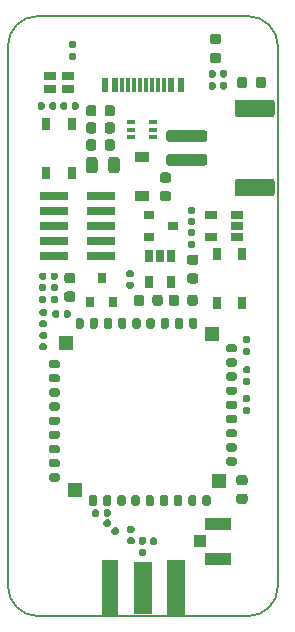
<source format=gtp>
G04 #@! TF.GenerationSoftware,KiCad,Pcbnew,(5.1.6)-1*
G04 #@! TF.CreationDate,2020-08-18T19:06:58+02:00*
G04 #@! TF.ProjectId,Penguino-Feather-4260-v1,50656e67-7569-46e6-9f2d-466561746865,1.1*
G04 #@! TF.SameCoordinates,Original*
G04 #@! TF.FileFunction,Paste,Top*
G04 #@! TF.FilePolarity,Positive*
%FSLAX46Y46*%
G04 Gerber Fmt 4.6, Leading zero omitted, Abs format (unit mm)*
G04 Created by KiCad (PCBNEW (5.1.6)-1) date 2020-08-18 19:06:58*
%MOMM*%
%LPD*%
G01*
G04 APERTURE LIST*
G04 #@! TA.AperFunction,Profile*
%ADD10C,0.150000*%
G04 #@! TD*
%ADD11R,1.200000X0.900000*%
%ADD12R,2.200000X1.050000*%
%ADD13R,1.050000X1.000000*%
%ADD14R,1.000000X0.800000*%
%ADD15R,2.400000X0.740000*%
%ADD16R,1.350000X4.700000*%
%ADD17R,1.500000X4.700000*%
%ADD18R,1.500000X4.400000*%
%ADD19R,1.060000X0.650000*%
%ADD20R,0.650000X0.400000*%
%ADD21R,0.800000X0.900000*%
%ADD22R,0.650000X1.060000*%
%ADD23R,0.300000X1.160000*%
%ADD24R,0.600000X1.160000*%
%ADD25R,0.660000X1.050000*%
%ADD26R,0.900000X0.800000*%
%ADD27R,1.300000X1.300000*%
G04 APERTURE END LIST*
D10*
X127000000Y-119380000D02*
G75*
G02*
X124460000Y-116840000I0J2540000D01*
G01*
X147320000Y-116840000D02*
G75*
G02*
X144780000Y-119380000I-2540000J0D01*
G01*
X144780000Y-68580000D02*
G75*
G02*
X147320000Y-71120000I0J-2540000D01*
G01*
X124460000Y-71120000D02*
G75*
G02*
X127000000Y-68580000I2540000J0D01*
G01*
X124460000Y-116840000D02*
X124460000Y-71120000D01*
X144780000Y-119380000D02*
X127000000Y-119380000D01*
X147320000Y-71120000D02*
X147320000Y-116840000D01*
X127000000Y-68580000D02*
X144780000Y-68580000D01*
G36*
G01*
X127277500Y-93385000D02*
X127622500Y-93385000D01*
G75*
G02*
X127770000Y-93532500I0J-147500D01*
G01*
X127770000Y-93827500D01*
G75*
G02*
X127622500Y-93975000I-147500J0D01*
G01*
X127277500Y-93975000D01*
G75*
G02*
X127130000Y-93827500I0J147500D01*
G01*
X127130000Y-93532500D01*
G75*
G02*
X127277500Y-93385000I147500J0D01*
G01*
G37*
G36*
G01*
X127277500Y-94355000D02*
X127622500Y-94355000D01*
G75*
G02*
X127770000Y-94502500I0J-147500D01*
G01*
X127770000Y-94797500D01*
G75*
G02*
X127622500Y-94945000I-147500J0D01*
G01*
X127277500Y-94945000D01*
G75*
G02*
X127130000Y-94797500I0J147500D01*
G01*
X127130000Y-94502500D01*
G75*
G02*
X127277500Y-94355000I147500J0D01*
G01*
G37*
D11*
X135800000Y-83850000D03*
X135800000Y-80550000D03*
D12*
X142235000Y-114515000D03*
D13*
X140710000Y-113040000D03*
D12*
X142235000Y-111565000D03*
G36*
G01*
X141100000Y-81250000D02*
X138100000Y-81250000D01*
G75*
G02*
X137850000Y-81000000I0J250000D01*
G01*
X137850000Y-80500000D01*
G75*
G02*
X138100000Y-80250000I250000J0D01*
G01*
X141100000Y-80250000D01*
G75*
G02*
X141350000Y-80500000I0J-250000D01*
G01*
X141350000Y-81000000D01*
G75*
G02*
X141100000Y-81250000I-250000J0D01*
G01*
G37*
G36*
G01*
X141100000Y-79250000D02*
X138100000Y-79250000D01*
G75*
G02*
X137850000Y-79000000I0J250000D01*
G01*
X137850000Y-78500000D01*
G75*
G02*
X138100000Y-78250000I250000J0D01*
G01*
X141100000Y-78250000D01*
G75*
G02*
X141350000Y-78500000I0J-250000D01*
G01*
X141350000Y-79000000D01*
G75*
G02*
X141100000Y-79250000I-250000J0D01*
G01*
G37*
G36*
G01*
X146800000Y-83850000D02*
X143900000Y-83850000D01*
G75*
G02*
X143650000Y-83600000I0J250000D01*
G01*
X143650000Y-82600000D01*
G75*
G02*
X143900000Y-82350000I250000J0D01*
G01*
X146800000Y-82350000D01*
G75*
G02*
X147050000Y-82600000I0J-250000D01*
G01*
X147050000Y-83600000D01*
G75*
G02*
X146800000Y-83850000I-250000J0D01*
G01*
G37*
G36*
G01*
X146800000Y-77150000D02*
X143900000Y-77150000D01*
G75*
G02*
X143650000Y-76900000I0J250000D01*
G01*
X143650000Y-75900000D01*
G75*
G02*
X143900000Y-75650000I250000J0D01*
G01*
X146800000Y-75650000D01*
G75*
G02*
X147050000Y-75900000I0J-250000D01*
G01*
X147050000Y-76900000D01*
G75*
G02*
X146800000Y-77150000I-250000J0D01*
G01*
G37*
G36*
G01*
X146315000Y-73953750D02*
X146315000Y-74466250D01*
G75*
G02*
X146096250Y-74685000I-218750J0D01*
G01*
X145658750Y-74685000D01*
G75*
G02*
X145440000Y-74466250I0J218750D01*
G01*
X145440000Y-73953750D01*
G75*
G02*
X145658750Y-73735000I218750J0D01*
G01*
X146096250Y-73735000D01*
G75*
G02*
X146315000Y-73953750I0J-218750D01*
G01*
G37*
G36*
G01*
X144740000Y-73953750D02*
X144740000Y-74466250D01*
G75*
G02*
X144521250Y-74685000I-218750J0D01*
G01*
X144083750Y-74685000D01*
G75*
G02*
X143865000Y-74466250I0J218750D01*
G01*
X143865000Y-73953750D01*
G75*
G02*
X144083750Y-73735000I218750J0D01*
G01*
X144521250Y-73735000D01*
G75*
G02*
X144740000Y-73953750I0J-218750D01*
G01*
G37*
G36*
G01*
X133525000Y-76343750D02*
X133525000Y-76856250D01*
G75*
G02*
X133306250Y-77075000I-218750J0D01*
G01*
X132868750Y-77075000D01*
G75*
G02*
X132650000Y-76856250I0J218750D01*
G01*
X132650000Y-76343750D01*
G75*
G02*
X132868750Y-76125000I218750J0D01*
G01*
X133306250Y-76125000D01*
G75*
G02*
X133525000Y-76343750I0J-218750D01*
G01*
G37*
G36*
G01*
X131950000Y-76343750D02*
X131950000Y-76856250D01*
G75*
G02*
X131731250Y-77075000I-218750J0D01*
G01*
X131293750Y-77075000D01*
G75*
G02*
X131075000Y-76856250I0J218750D01*
G01*
X131075000Y-76343750D01*
G75*
G02*
X131293750Y-76125000I218750J0D01*
G01*
X131731250Y-76125000D01*
G75*
G02*
X131950000Y-76343750I0J-218750D01*
G01*
G37*
G36*
G01*
X132650000Y-79756250D02*
X132650000Y-79243750D01*
G75*
G02*
X132868750Y-79025000I218750J0D01*
G01*
X133306250Y-79025000D01*
G75*
G02*
X133525000Y-79243750I0J-218750D01*
G01*
X133525000Y-79756250D01*
G75*
G02*
X133306250Y-79975000I-218750J0D01*
G01*
X132868750Y-79975000D01*
G75*
G02*
X132650000Y-79756250I0J218750D01*
G01*
G37*
G36*
G01*
X131075000Y-79756250D02*
X131075000Y-79243750D01*
G75*
G02*
X131293750Y-79025000I218750J0D01*
G01*
X131731250Y-79025000D01*
G75*
G02*
X131950000Y-79243750I0J-218750D01*
G01*
X131950000Y-79756250D01*
G75*
G02*
X131731250Y-79975000I-218750J0D01*
G01*
X131293750Y-79975000D01*
G75*
G02*
X131075000Y-79756250I0J218750D01*
G01*
G37*
G36*
G01*
X139843750Y-90350000D02*
X140356250Y-90350000D01*
G75*
G02*
X140575000Y-90568750I0J-218750D01*
G01*
X140575000Y-91006250D01*
G75*
G02*
X140356250Y-91225000I-218750J0D01*
G01*
X139843750Y-91225000D01*
G75*
G02*
X139625000Y-91006250I0J218750D01*
G01*
X139625000Y-90568750D01*
G75*
G02*
X139843750Y-90350000I218750J0D01*
G01*
G37*
G36*
G01*
X139843750Y-88775000D02*
X140356250Y-88775000D01*
G75*
G02*
X140575000Y-88993750I0J-218750D01*
G01*
X140575000Y-89431250D01*
G75*
G02*
X140356250Y-89650000I-218750J0D01*
G01*
X139843750Y-89650000D01*
G75*
G02*
X139625000Y-89431250I0J218750D01*
G01*
X139625000Y-88993750D01*
G75*
G02*
X139843750Y-88775000I218750J0D01*
G01*
G37*
G36*
G01*
X144015750Y-109011200D02*
X144528250Y-109011200D01*
G75*
G02*
X144747000Y-109229950I0J-218750D01*
G01*
X144747000Y-109667450D01*
G75*
G02*
X144528250Y-109886200I-218750J0D01*
G01*
X144015750Y-109886200D01*
G75*
G02*
X143797000Y-109667450I0J218750D01*
G01*
X143797000Y-109229950D01*
G75*
G02*
X144015750Y-109011200I218750J0D01*
G01*
G37*
G36*
G01*
X144015750Y-107436200D02*
X144528250Y-107436200D01*
G75*
G02*
X144747000Y-107654950I0J-218750D01*
G01*
X144747000Y-108092450D01*
G75*
G02*
X144528250Y-108311200I-218750J0D01*
G01*
X144015750Y-108311200D01*
G75*
G02*
X143797000Y-108092450I0J218750D01*
G01*
X143797000Y-107654950D01*
G75*
G02*
X144015750Y-107436200I218750J0D01*
G01*
G37*
G36*
G01*
X139650000Y-92906250D02*
X139650000Y-92393750D01*
G75*
G02*
X139868750Y-92175000I218750J0D01*
G01*
X140306250Y-92175000D01*
G75*
G02*
X140525000Y-92393750I0J-218750D01*
G01*
X140525000Y-92906250D01*
G75*
G02*
X140306250Y-93125000I-218750J0D01*
G01*
X139868750Y-93125000D01*
G75*
G02*
X139650000Y-92906250I0J218750D01*
G01*
G37*
G36*
G01*
X138075000Y-92906250D02*
X138075000Y-92393750D01*
G75*
G02*
X138293750Y-92175000I218750J0D01*
G01*
X138731250Y-92175000D01*
G75*
G02*
X138950000Y-92393750I0J-218750D01*
G01*
X138950000Y-92906250D01*
G75*
G02*
X138731250Y-93125000I-218750J0D01*
G01*
X138293750Y-93125000D01*
G75*
G02*
X138075000Y-92906250I0J218750D01*
G01*
G37*
G36*
G01*
X132526481Y-111415432D02*
X132770433Y-111171481D01*
G75*
G02*
X132979029Y-111171481I104298J-104298D01*
G01*
X133187625Y-111380077D01*
G75*
G02*
X133187625Y-111588673I-104298J-104298D01*
G01*
X132943673Y-111832625D01*
G75*
G02*
X132735077Y-111832625I-104298J104298D01*
G01*
X132526481Y-111624029D01*
G75*
G02*
X132526481Y-111415433I104298J104298D01*
G01*
G37*
G36*
G01*
X133212375Y-112101326D02*
X133456327Y-111857375D01*
G75*
G02*
X133664923Y-111857375I104298J-104298D01*
G01*
X133873519Y-112065971D01*
G75*
G02*
X133873519Y-112274567I-104298J-104298D01*
G01*
X133629567Y-112518519D01*
G75*
G02*
X133420971Y-112518519I-104298J104298D01*
G01*
X133212375Y-112309923D01*
G75*
G02*
X133212375Y-112101327I104298J104298D01*
G01*
G37*
G36*
G01*
X132185000Y-110502500D02*
X132185000Y-110847500D01*
G75*
G02*
X132037500Y-110995000I-147500J0D01*
G01*
X131742500Y-110995000D01*
G75*
G02*
X131595000Y-110847500I0J147500D01*
G01*
X131595000Y-110502500D01*
G75*
G02*
X131742500Y-110355000I147500J0D01*
G01*
X132037500Y-110355000D01*
G75*
G02*
X132185000Y-110502500I0J-147500D01*
G01*
G37*
G36*
G01*
X133155000Y-110502500D02*
X133155000Y-110847500D01*
G75*
G02*
X133007500Y-110995000I-147500J0D01*
G01*
X132712500Y-110995000D01*
G75*
G02*
X132565000Y-110847500I0J147500D01*
G01*
X132565000Y-110502500D01*
G75*
G02*
X132712500Y-110355000I147500J0D01*
G01*
X133007500Y-110355000D01*
G75*
G02*
X133155000Y-110502500I0J-147500D01*
G01*
G37*
G36*
G01*
X137575000Y-92393750D02*
X137575000Y-92906250D01*
G75*
G02*
X137356250Y-93125000I-218750J0D01*
G01*
X136918750Y-93125000D01*
G75*
G02*
X136700000Y-92906250I0J218750D01*
G01*
X136700000Y-92393750D01*
G75*
G02*
X136918750Y-92175000I218750J0D01*
G01*
X137356250Y-92175000D01*
G75*
G02*
X137575000Y-92393750I0J-218750D01*
G01*
G37*
G36*
G01*
X136000000Y-92393750D02*
X136000000Y-92906250D01*
G75*
G02*
X135781250Y-93125000I-218750J0D01*
G01*
X135343750Y-93125000D01*
G75*
G02*
X135125000Y-92906250I0J218750D01*
G01*
X135125000Y-92393750D01*
G75*
G02*
X135343750Y-92175000I218750J0D01*
G01*
X135781250Y-92175000D01*
G75*
G02*
X136000000Y-92393750I0J-218750D01*
G01*
G37*
G36*
G01*
X142293050Y-72548200D02*
X141780550Y-72548200D01*
G75*
G02*
X141561800Y-72329450I0J218750D01*
G01*
X141561800Y-71891950D01*
G75*
G02*
X141780550Y-71673200I218750J0D01*
G01*
X142293050Y-71673200D01*
G75*
G02*
X142511800Y-71891950I0J-218750D01*
G01*
X142511800Y-72329450D01*
G75*
G02*
X142293050Y-72548200I-218750J0D01*
G01*
G37*
G36*
G01*
X142293050Y-70973200D02*
X141780550Y-70973200D01*
G75*
G02*
X141561800Y-70754450I0J218750D01*
G01*
X141561800Y-70316950D01*
G75*
G02*
X141780550Y-70098200I218750J0D01*
G01*
X142293050Y-70098200D01*
G75*
G02*
X142511800Y-70316950I0J-218750D01*
G01*
X142511800Y-70754450D01*
G75*
G02*
X142293050Y-70973200I-218750J0D01*
G01*
G37*
D14*
X129528000Y-74718000D03*
X128028000Y-74718000D03*
X128028000Y-73618000D03*
X129528000Y-73618000D03*
G36*
G01*
X129956250Y-91200000D02*
X129443750Y-91200000D01*
G75*
G02*
X129225000Y-90981250I0J218750D01*
G01*
X129225000Y-90543750D01*
G75*
G02*
X129443750Y-90325000I218750J0D01*
G01*
X129956250Y-90325000D01*
G75*
G02*
X130175000Y-90543750I0J-218750D01*
G01*
X130175000Y-90981250D01*
G75*
G02*
X129956250Y-91200000I-218750J0D01*
G01*
G37*
G36*
G01*
X129956250Y-92775000D02*
X129443750Y-92775000D01*
G75*
G02*
X129225000Y-92556250I0J218750D01*
G01*
X129225000Y-92118750D01*
G75*
G02*
X129443750Y-91900000I218750J0D01*
G01*
X129956250Y-91900000D01*
G75*
G02*
X130175000Y-92118750I0J-218750D01*
G01*
X130175000Y-92556250D01*
G75*
G02*
X129956250Y-92775000I-218750J0D01*
G01*
G37*
G36*
G01*
X131075000Y-81656250D02*
X131075000Y-80743750D01*
G75*
G02*
X131318750Y-80500000I243750J0D01*
G01*
X131806250Y-80500000D01*
G75*
G02*
X132050000Y-80743750I0J-243750D01*
G01*
X132050000Y-81656250D01*
G75*
G02*
X131806250Y-81900000I-243750J0D01*
G01*
X131318750Y-81900000D01*
G75*
G02*
X131075000Y-81656250I0J243750D01*
G01*
G37*
G36*
G01*
X132950000Y-81656250D02*
X132950000Y-80743750D01*
G75*
G02*
X133193750Y-80500000I243750J0D01*
G01*
X133681250Y-80500000D01*
G75*
G02*
X133925000Y-80743750I0J-243750D01*
G01*
X133925000Y-81656250D01*
G75*
G02*
X133681250Y-81900000I-243750J0D01*
G01*
X133193750Y-81900000D01*
G75*
G02*
X132950000Y-81656250I0J243750D01*
G01*
G37*
G36*
G01*
X133525000Y-77793750D02*
X133525000Y-78306250D01*
G75*
G02*
X133306250Y-78525000I-218750J0D01*
G01*
X132868750Y-78525000D01*
G75*
G02*
X132650000Y-78306250I0J218750D01*
G01*
X132650000Y-77793750D01*
G75*
G02*
X132868750Y-77575000I218750J0D01*
G01*
X133306250Y-77575000D01*
G75*
G02*
X133525000Y-77793750I0J-218750D01*
G01*
G37*
G36*
G01*
X131950000Y-77793750D02*
X131950000Y-78306250D01*
G75*
G02*
X131731250Y-78525000I-218750J0D01*
G01*
X131293750Y-78525000D01*
G75*
G02*
X131075000Y-78306250I0J218750D01*
G01*
X131075000Y-77793750D01*
G75*
G02*
X131293750Y-77575000I218750J0D01*
G01*
X131731250Y-77575000D01*
G75*
G02*
X131950000Y-77793750I0J-218750D01*
G01*
G37*
D15*
X132300000Y-88890000D03*
X128400000Y-88890000D03*
X132300000Y-87620000D03*
X128400000Y-87620000D03*
X132300000Y-86350000D03*
X128400000Y-86350000D03*
X132300000Y-85080000D03*
X128400000Y-85080000D03*
X132300000Y-83810000D03*
X128400000Y-83810000D03*
D16*
X133065000Y-116990000D03*
D17*
X138715000Y-116990000D03*
D18*
X135890000Y-116967000D03*
G36*
G01*
X142052400Y-74310300D02*
X142052400Y-74655300D01*
G75*
G02*
X141904900Y-74802800I-147500J0D01*
G01*
X141609900Y-74802800D01*
G75*
G02*
X141462400Y-74655300I0J147500D01*
G01*
X141462400Y-74310300D01*
G75*
G02*
X141609900Y-74162800I147500J0D01*
G01*
X141904900Y-74162800D01*
G75*
G02*
X142052400Y-74310300I0J-147500D01*
G01*
G37*
G36*
G01*
X143022400Y-74310300D02*
X143022400Y-74655300D01*
G75*
G02*
X142874900Y-74802800I-147500J0D01*
G01*
X142579900Y-74802800D01*
G75*
G02*
X142432400Y-74655300I0J147500D01*
G01*
X142432400Y-74310300D01*
G75*
G02*
X142579900Y-74162800I147500J0D01*
G01*
X142874900Y-74162800D01*
G75*
G02*
X143022400Y-74310300I0J-147500D01*
G01*
G37*
G36*
G01*
X140172500Y-88180000D02*
X139827500Y-88180000D01*
G75*
G02*
X139680000Y-88032500I0J147500D01*
G01*
X139680000Y-87737500D01*
G75*
G02*
X139827500Y-87590000I147500J0D01*
G01*
X140172500Y-87590000D01*
G75*
G02*
X140320000Y-87737500I0J-147500D01*
G01*
X140320000Y-88032500D01*
G75*
G02*
X140172500Y-88180000I-147500J0D01*
G01*
G37*
G36*
G01*
X140172500Y-87210000D02*
X139827500Y-87210000D01*
G75*
G02*
X139680000Y-87062500I0J147500D01*
G01*
X139680000Y-86767500D01*
G75*
G02*
X139827500Y-86620000I147500J0D01*
G01*
X140172500Y-86620000D01*
G75*
G02*
X140320000Y-86767500I0J-147500D01*
G01*
X140320000Y-87062500D01*
G75*
G02*
X140172500Y-87210000I-147500J0D01*
G01*
G37*
G36*
G01*
X142052400Y-73294300D02*
X142052400Y-73639300D01*
G75*
G02*
X141904900Y-73786800I-147500J0D01*
G01*
X141609900Y-73786800D01*
G75*
G02*
X141462400Y-73639300I0J147500D01*
G01*
X141462400Y-73294300D01*
G75*
G02*
X141609900Y-73146800I147500J0D01*
G01*
X141904900Y-73146800D01*
G75*
G02*
X142052400Y-73294300I0J-147500D01*
G01*
G37*
G36*
G01*
X143022400Y-73294300D02*
X143022400Y-73639300D01*
G75*
G02*
X142874900Y-73786800I-147500J0D01*
G01*
X142579900Y-73786800D01*
G75*
G02*
X142432400Y-73639300I0J147500D01*
G01*
X142432400Y-73294300D01*
G75*
G02*
X142579900Y-73146800I147500J0D01*
G01*
X142874900Y-73146800D01*
G75*
G02*
X143022400Y-73294300I0J-147500D01*
G01*
G37*
G36*
G01*
X129477000Y-76027500D02*
X129477000Y-76372500D01*
G75*
G02*
X129329500Y-76520000I-147500J0D01*
G01*
X129034500Y-76520000D01*
G75*
G02*
X128887000Y-76372500I0J147500D01*
G01*
X128887000Y-76027500D01*
G75*
G02*
X129034500Y-75880000I147500J0D01*
G01*
X129329500Y-75880000D01*
G75*
G02*
X129477000Y-76027500I0J-147500D01*
G01*
G37*
G36*
G01*
X130447000Y-76027500D02*
X130447000Y-76372500D01*
G75*
G02*
X130299500Y-76520000I-147500J0D01*
G01*
X130004500Y-76520000D01*
G75*
G02*
X129857000Y-76372500I0J147500D01*
G01*
X129857000Y-76027500D01*
G75*
G02*
X130004500Y-75880000I147500J0D01*
G01*
X130299500Y-75880000D01*
G75*
G02*
X130447000Y-76027500I0J-147500D01*
G01*
G37*
G36*
G01*
X144497500Y-98250000D02*
X144842500Y-98250000D01*
G75*
G02*
X144990000Y-98397500I0J-147500D01*
G01*
X144990000Y-98692500D01*
G75*
G02*
X144842500Y-98840000I-147500J0D01*
G01*
X144497500Y-98840000D01*
G75*
G02*
X144350000Y-98692500I0J147500D01*
G01*
X144350000Y-98397500D01*
G75*
G02*
X144497500Y-98250000I147500J0D01*
G01*
G37*
G36*
G01*
X144497500Y-99220000D02*
X144842500Y-99220000D01*
G75*
G02*
X144990000Y-99367500I0J-147500D01*
G01*
X144990000Y-99662500D01*
G75*
G02*
X144842500Y-99810000I-147500J0D01*
G01*
X144497500Y-99810000D01*
G75*
G02*
X144350000Y-99662500I0J147500D01*
G01*
X144350000Y-99367500D01*
G75*
G02*
X144497500Y-99220000I147500J0D01*
G01*
G37*
G36*
G01*
X130093500Y-72281000D02*
X129748500Y-72281000D01*
G75*
G02*
X129601000Y-72133500I0J147500D01*
G01*
X129601000Y-71838500D01*
G75*
G02*
X129748500Y-71691000I147500J0D01*
G01*
X130093500Y-71691000D01*
G75*
G02*
X130241000Y-71838500I0J-147500D01*
G01*
X130241000Y-72133500D01*
G75*
G02*
X130093500Y-72281000I-147500J0D01*
G01*
G37*
G36*
G01*
X130093500Y-71311000D02*
X129748500Y-71311000D01*
G75*
G02*
X129601000Y-71163500I0J147500D01*
G01*
X129601000Y-70868500D01*
G75*
G02*
X129748500Y-70721000I147500J0D01*
G01*
X130093500Y-70721000D01*
G75*
G02*
X130241000Y-70868500I0J-147500D01*
G01*
X130241000Y-71163500D01*
G75*
G02*
X130093500Y-71311000I-147500J0D01*
G01*
G37*
G36*
G01*
X144477500Y-100695000D02*
X144822500Y-100695000D01*
G75*
G02*
X144970000Y-100842500I0J-147500D01*
G01*
X144970000Y-101137500D01*
G75*
G02*
X144822500Y-101285000I-147500J0D01*
G01*
X144477500Y-101285000D01*
G75*
G02*
X144330000Y-101137500I0J147500D01*
G01*
X144330000Y-100842500D01*
G75*
G02*
X144477500Y-100695000I147500J0D01*
G01*
G37*
G36*
G01*
X144477500Y-101665000D02*
X144822500Y-101665000D01*
G75*
G02*
X144970000Y-101812500I0J-147500D01*
G01*
X144970000Y-102107500D01*
G75*
G02*
X144822500Y-102255000I-147500J0D01*
G01*
X144477500Y-102255000D01*
G75*
G02*
X144330000Y-102107500I0J147500D01*
G01*
X144330000Y-101812500D01*
G75*
G02*
X144477500Y-101665000I147500J0D01*
G01*
G37*
G36*
G01*
X127965000Y-76372500D02*
X127965000Y-76027500D01*
G75*
G02*
X128112500Y-75880000I147500J0D01*
G01*
X128407500Y-75880000D01*
G75*
G02*
X128555000Y-76027500I0J-147500D01*
G01*
X128555000Y-76372500D01*
G75*
G02*
X128407500Y-76520000I-147500J0D01*
G01*
X128112500Y-76520000D01*
G75*
G02*
X127965000Y-76372500I0J147500D01*
G01*
G37*
G36*
G01*
X126995000Y-76372500D02*
X126995000Y-76027500D01*
G75*
G02*
X127142500Y-75880000I147500J0D01*
G01*
X127437500Y-75880000D01*
G75*
G02*
X127585000Y-76027500I0J-147500D01*
G01*
X127585000Y-76372500D01*
G75*
G02*
X127437500Y-76520000I-147500J0D01*
G01*
X127142500Y-76520000D01*
G75*
G02*
X126995000Y-76372500I0J147500D01*
G01*
G37*
G36*
G01*
X128572500Y-90885000D02*
X128227500Y-90885000D01*
G75*
G02*
X128080000Y-90737500I0J147500D01*
G01*
X128080000Y-90442500D01*
G75*
G02*
X128227500Y-90295000I147500J0D01*
G01*
X128572500Y-90295000D01*
G75*
G02*
X128720000Y-90442500I0J-147500D01*
G01*
X128720000Y-90737500D01*
G75*
G02*
X128572500Y-90885000I-147500J0D01*
G01*
G37*
G36*
G01*
X128572500Y-91855000D02*
X128227500Y-91855000D01*
G75*
G02*
X128080000Y-91707500I0J147500D01*
G01*
X128080000Y-91412500D01*
G75*
G02*
X128227500Y-91265000I147500J0D01*
G01*
X128572500Y-91265000D01*
G75*
G02*
X128720000Y-91412500I0J-147500D01*
G01*
X128720000Y-91707500D01*
G75*
G02*
X128572500Y-91855000I-147500J0D01*
G01*
G37*
G36*
G01*
X129190000Y-93972500D02*
X129190000Y-93627500D01*
G75*
G02*
X129337500Y-93480000I147500J0D01*
G01*
X129632500Y-93480000D01*
G75*
G02*
X129780000Y-93627500I0J-147500D01*
G01*
X129780000Y-93972500D01*
G75*
G02*
X129632500Y-94120000I-147500J0D01*
G01*
X129337500Y-94120000D01*
G75*
G02*
X129190000Y-93972500I0J147500D01*
G01*
G37*
G36*
G01*
X128220000Y-93972500D02*
X128220000Y-93627500D01*
G75*
G02*
X128367500Y-93480000I147500J0D01*
G01*
X128662500Y-93480000D01*
G75*
G02*
X128810000Y-93627500I0J-147500D01*
G01*
X128810000Y-93972500D01*
G75*
G02*
X128662500Y-94120000I-147500J0D01*
G01*
X128367500Y-94120000D01*
G75*
G02*
X128220000Y-93972500I0J147500D01*
G01*
G37*
G36*
G01*
X127622500Y-96880000D02*
X127277500Y-96880000D01*
G75*
G02*
X127130000Y-96732500I0J147500D01*
G01*
X127130000Y-96437500D01*
G75*
G02*
X127277500Y-96290000I147500J0D01*
G01*
X127622500Y-96290000D01*
G75*
G02*
X127770000Y-96437500I0J-147500D01*
G01*
X127770000Y-96732500D01*
G75*
G02*
X127622500Y-96880000I-147500J0D01*
G01*
G37*
G36*
G01*
X127622500Y-95910000D02*
X127277500Y-95910000D01*
G75*
G02*
X127130000Y-95762500I0J147500D01*
G01*
X127130000Y-95467500D01*
G75*
G02*
X127277500Y-95320000I147500J0D01*
G01*
X127622500Y-95320000D01*
G75*
G02*
X127770000Y-95467500I0J-147500D01*
G01*
X127770000Y-95762500D01*
G75*
G02*
X127622500Y-95910000I-147500J0D01*
G01*
G37*
G36*
G01*
X128680000Y-92402500D02*
X128680000Y-92747500D01*
G75*
G02*
X128532500Y-92895000I-147500J0D01*
G01*
X128237500Y-92895000D01*
G75*
G02*
X128090000Y-92747500I0J147500D01*
G01*
X128090000Y-92402500D01*
G75*
G02*
X128237500Y-92255000I147500J0D01*
G01*
X128532500Y-92255000D01*
G75*
G02*
X128680000Y-92402500I0J-147500D01*
G01*
G37*
G36*
G01*
X127710000Y-92402500D02*
X127710000Y-92747500D01*
G75*
G02*
X127562500Y-92895000I-147500J0D01*
G01*
X127267500Y-92895000D01*
G75*
G02*
X127120000Y-92747500I0J147500D01*
G01*
X127120000Y-92402500D01*
G75*
G02*
X127267500Y-92255000I147500J0D01*
G01*
X127562500Y-92255000D01*
G75*
G02*
X127710000Y-92402500I0J-147500D01*
G01*
G37*
G36*
G01*
X136504784Y-113216650D02*
X136504784Y-112871650D01*
G75*
G02*
X136652284Y-112724150I147500J0D01*
G01*
X136947284Y-112724150D01*
G75*
G02*
X137094784Y-112871650I0J-147500D01*
G01*
X137094784Y-113216650D01*
G75*
G02*
X136947284Y-113364150I-147500J0D01*
G01*
X136652284Y-113364150D01*
G75*
G02*
X136504784Y-113216650I0J147500D01*
G01*
G37*
G36*
G01*
X135534784Y-113216650D02*
X135534784Y-112871650D01*
G75*
G02*
X135682284Y-112724150I147500J0D01*
G01*
X135977284Y-112724150D01*
G75*
G02*
X136124784Y-112871650I0J-147500D01*
G01*
X136124784Y-113216650D01*
G75*
G02*
X135977284Y-113364150I-147500J0D01*
G01*
X135682284Y-113364150D01*
G75*
G02*
X135534784Y-113216650I0J147500D01*
G01*
G37*
G36*
G01*
X136035368Y-114276066D02*
X135690368Y-114276066D01*
G75*
G02*
X135542868Y-114128566I0J147500D01*
G01*
X135542868Y-113833566D01*
G75*
G02*
X135690368Y-113686066I147500J0D01*
G01*
X136035368Y-113686066D01*
G75*
G02*
X136182868Y-113833566I0J-147500D01*
G01*
X136182868Y-114128566D01*
G75*
G02*
X136035368Y-114276066I-147500J0D01*
G01*
G37*
G36*
G01*
X136035368Y-113306066D02*
X135690368Y-113306066D01*
G75*
G02*
X135542868Y-113158566I0J147500D01*
G01*
X135542868Y-112863566D01*
G75*
G02*
X135690368Y-112716066I147500J0D01*
G01*
X136035368Y-112716066D01*
G75*
G02*
X136182868Y-112863566I0J-147500D01*
G01*
X136182868Y-113158566D01*
G75*
G02*
X136035368Y-113306066I-147500J0D01*
G01*
G37*
D19*
X143850000Y-87300000D03*
X143850000Y-86350000D03*
X143850000Y-85400000D03*
X141650000Y-85400000D03*
X141650000Y-87300000D03*
D20*
X134850000Y-77550000D03*
X134850000Y-78850000D03*
X136750000Y-78200000D03*
X134850000Y-78200000D03*
X136750000Y-78850000D03*
X136750000Y-77550000D03*
D21*
X131450000Y-92750000D03*
X133350000Y-92750000D03*
X132400000Y-90750000D03*
D22*
X138300000Y-91100000D03*
X136400000Y-91100000D03*
X136400000Y-88900000D03*
X137350000Y-88900000D03*
X138300000Y-88900000D03*
D23*
X136640000Y-74392000D03*
X136140000Y-74392000D03*
X135640000Y-74392000D03*
X137640000Y-74392000D03*
X137140000Y-74392000D03*
X134640000Y-74392000D03*
X135140000Y-74392000D03*
X134140000Y-74392000D03*
D24*
X138290000Y-74392000D03*
X138290000Y-74392000D03*
X139090000Y-74392000D03*
X139090000Y-74392000D03*
X133490000Y-74392000D03*
X132690000Y-74392000D03*
X133490000Y-74392000D03*
X132690000Y-74392000D03*
D25*
X127708000Y-81831000D03*
X129848000Y-81831000D03*
X127708000Y-77681000D03*
X129848000Y-77681000D03*
G36*
G01*
X127227500Y-90295000D02*
X127572500Y-90295000D01*
G75*
G02*
X127720000Y-90442500I0J-147500D01*
G01*
X127720000Y-90737500D01*
G75*
G02*
X127572500Y-90885000I-147500J0D01*
G01*
X127227500Y-90885000D01*
G75*
G02*
X127080000Y-90737500I0J147500D01*
G01*
X127080000Y-90442500D01*
G75*
G02*
X127227500Y-90295000I147500J0D01*
G01*
G37*
G36*
G01*
X127227500Y-91265000D02*
X127572500Y-91265000D01*
G75*
G02*
X127720000Y-91412500I0J-147500D01*
G01*
X127720000Y-91707500D01*
G75*
G02*
X127572500Y-91855000I-147500J0D01*
G01*
X127227500Y-91855000D01*
G75*
G02*
X127080000Y-91707500I0J147500D01*
G01*
X127080000Y-91412500D01*
G75*
G02*
X127227500Y-91265000I147500J0D01*
G01*
G37*
G36*
G01*
X137543750Y-81825000D02*
X138056250Y-81825000D01*
G75*
G02*
X138275000Y-82043750I0J-218750D01*
G01*
X138275000Y-82481250D01*
G75*
G02*
X138056250Y-82700000I-218750J0D01*
G01*
X137543750Y-82700000D01*
G75*
G02*
X137325000Y-82481250I0J218750D01*
G01*
X137325000Y-82043750D01*
G75*
G02*
X137543750Y-81825000I218750J0D01*
G01*
G37*
G36*
G01*
X137543750Y-83400000D02*
X138056250Y-83400000D01*
G75*
G02*
X138275000Y-83618750I0J-218750D01*
G01*
X138275000Y-84056250D01*
G75*
G02*
X138056250Y-84275000I-218750J0D01*
G01*
X137543750Y-84275000D01*
G75*
G02*
X137325000Y-84056250I0J218750D01*
G01*
X137325000Y-83618750D01*
G75*
G02*
X137543750Y-83400000I218750J0D01*
G01*
G37*
D26*
X136400000Y-85400000D03*
X136400000Y-87300000D03*
X138400000Y-86350000D03*
G36*
G01*
X134627500Y-91090000D02*
X134972500Y-91090000D01*
G75*
G02*
X135120000Y-91237500I0J-147500D01*
G01*
X135120000Y-91532500D01*
G75*
G02*
X134972500Y-91680000I-147500J0D01*
G01*
X134627500Y-91680000D01*
G75*
G02*
X134480000Y-91532500I0J147500D01*
G01*
X134480000Y-91237500D01*
G75*
G02*
X134627500Y-91090000I147500J0D01*
G01*
G37*
G36*
G01*
X134627500Y-90120000D02*
X134972500Y-90120000D01*
G75*
G02*
X135120000Y-90267500I0J-147500D01*
G01*
X135120000Y-90562500D01*
G75*
G02*
X134972500Y-90710000I-147500J0D01*
G01*
X134627500Y-90710000D01*
G75*
G02*
X134480000Y-90562500I0J147500D01*
G01*
X134480000Y-90267500D01*
G75*
G02*
X134627500Y-90120000I147500J0D01*
G01*
G37*
G36*
G01*
X139827500Y-84720000D02*
X140172500Y-84720000D01*
G75*
G02*
X140320000Y-84867500I0J-147500D01*
G01*
X140320000Y-85162500D01*
G75*
G02*
X140172500Y-85310000I-147500J0D01*
G01*
X139827500Y-85310000D01*
G75*
G02*
X139680000Y-85162500I0J147500D01*
G01*
X139680000Y-84867500D01*
G75*
G02*
X139827500Y-84720000I147500J0D01*
G01*
G37*
G36*
G01*
X139827500Y-85690000D02*
X140172500Y-85690000D01*
G75*
G02*
X140320000Y-85837500I0J-147500D01*
G01*
X140320000Y-86132500D01*
G75*
G02*
X140172500Y-86280000I-147500J0D01*
G01*
X139827500Y-86280000D01*
G75*
G02*
X139680000Y-86132500I0J147500D01*
G01*
X139680000Y-85837500D01*
G75*
G02*
X139827500Y-85690000I147500J0D01*
G01*
G37*
D27*
X130180000Y-108711000D03*
X129420000Y-96271000D03*
X141740000Y-95501000D03*
X142370000Y-107951000D03*
G36*
G01*
X131845000Y-110076000D02*
X131495000Y-110076000D01*
G75*
G02*
X131320000Y-109901000I0J175000D01*
G01*
X131320000Y-109301000D01*
G75*
G02*
X131495000Y-109126000I175000J0D01*
G01*
X131845000Y-109126000D01*
G75*
G02*
X132020000Y-109301000I0J-175000D01*
G01*
X132020000Y-109901000D01*
G75*
G02*
X131845000Y-110076000I-175000J0D01*
G01*
G37*
G36*
G01*
X133045000Y-110076000D02*
X132695000Y-110076000D01*
G75*
G02*
X132520000Y-109901000I0J175000D01*
G01*
X132520000Y-109301000D01*
G75*
G02*
X132695000Y-109126000I175000J0D01*
G01*
X133045000Y-109126000D01*
G75*
G02*
X133220000Y-109301000I0J-175000D01*
G01*
X133220000Y-109901000D01*
G75*
G02*
X133045000Y-110076000I-175000J0D01*
G01*
G37*
G36*
G01*
X134245000Y-110076000D02*
X133895000Y-110076000D01*
G75*
G02*
X133720000Y-109901000I0J175000D01*
G01*
X133720000Y-109301000D01*
G75*
G02*
X133895000Y-109126000I175000J0D01*
G01*
X134245000Y-109126000D01*
G75*
G02*
X134420000Y-109301000I0J-175000D01*
G01*
X134420000Y-109901000D01*
G75*
G02*
X134245000Y-110076000I-175000J0D01*
G01*
G37*
G36*
G01*
X135445000Y-110076000D02*
X135095000Y-110076000D01*
G75*
G02*
X134920000Y-109901000I0J175000D01*
G01*
X134920000Y-109301000D01*
G75*
G02*
X135095000Y-109126000I175000J0D01*
G01*
X135445000Y-109126000D01*
G75*
G02*
X135620000Y-109301000I0J-175000D01*
G01*
X135620000Y-109901000D01*
G75*
G02*
X135445000Y-110076000I-175000J0D01*
G01*
G37*
G36*
G01*
X136645000Y-110076000D02*
X136295000Y-110076000D01*
G75*
G02*
X136120000Y-109901000I0J175000D01*
G01*
X136120000Y-109301000D01*
G75*
G02*
X136295000Y-109126000I175000J0D01*
G01*
X136645000Y-109126000D01*
G75*
G02*
X136820000Y-109301000I0J-175000D01*
G01*
X136820000Y-109901000D01*
G75*
G02*
X136645000Y-110076000I-175000J0D01*
G01*
G37*
G36*
G01*
X137845000Y-110076000D02*
X137495000Y-110076000D01*
G75*
G02*
X137320000Y-109901000I0J175000D01*
G01*
X137320000Y-109301000D01*
G75*
G02*
X137495000Y-109126000I175000J0D01*
G01*
X137845000Y-109126000D01*
G75*
G02*
X138020000Y-109301000I0J-175000D01*
G01*
X138020000Y-109901000D01*
G75*
G02*
X137845000Y-110076000I-175000J0D01*
G01*
G37*
G36*
G01*
X139045000Y-110076000D02*
X138695000Y-110076000D01*
G75*
G02*
X138520000Y-109901000I0J175000D01*
G01*
X138520000Y-109301000D01*
G75*
G02*
X138695000Y-109126000I175000J0D01*
G01*
X139045000Y-109126000D01*
G75*
G02*
X139220000Y-109301000I0J-175000D01*
G01*
X139220000Y-109901000D01*
G75*
G02*
X139045000Y-110076000I-175000J0D01*
G01*
G37*
G36*
G01*
X140245000Y-110076000D02*
X139895000Y-110076000D01*
G75*
G02*
X139720000Y-109901000I0J175000D01*
G01*
X139720000Y-109301000D01*
G75*
G02*
X139895000Y-109126000I175000J0D01*
G01*
X140245000Y-109126000D01*
G75*
G02*
X140420000Y-109301000I0J-175000D01*
G01*
X140420000Y-109901000D01*
G75*
G02*
X140245000Y-110076000I-175000J0D01*
G01*
G37*
G36*
G01*
X141445000Y-110076000D02*
X141095000Y-110076000D01*
G75*
G02*
X140920000Y-109901000I0J175000D01*
G01*
X140920000Y-109301000D01*
G75*
G02*
X141095000Y-109126000I175000J0D01*
G01*
X141445000Y-109126000D01*
G75*
G02*
X141620000Y-109301000I0J-175000D01*
G01*
X141620000Y-109901000D01*
G75*
G02*
X141445000Y-110076000I-175000J0D01*
G01*
G37*
G36*
G01*
X143865000Y-106126000D02*
X143865000Y-106476000D01*
G75*
G02*
X143690000Y-106651000I-175000J0D01*
G01*
X143090000Y-106651000D01*
G75*
G02*
X142915000Y-106476000I0J175000D01*
G01*
X142915000Y-106126000D01*
G75*
G02*
X143090000Y-105951000I175000J0D01*
G01*
X143690000Y-105951000D01*
G75*
G02*
X143865000Y-106126000I0J-175000D01*
G01*
G37*
G36*
G01*
X143865000Y-104926000D02*
X143865000Y-105276000D01*
G75*
G02*
X143690000Y-105451000I-175000J0D01*
G01*
X143090000Y-105451000D01*
G75*
G02*
X142915000Y-105276000I0J175000D01*
G01*
X142915000Y-104926000D01*
G75*
G02*
X143090000Y-104751000I175000J0D01*
G01*
X143690000Y-104751000D01*
G75*
G02*
X143865000Y-104926000I0J-175000D01*
G01*
G37*
G36*
G01*
X143865000Y-103726000D02*
X143865000Y-104076000D01*
G75*
G02*
X143690000Y-104251000I-175000J0D01*
G01*
X143090000Y-104251000D01*
G75*
G02*
X142915000Y-104076000I0J175000D01*
G01*
X142915000Y-103726000D01*
G75*
G02*
X143090000Y-103551000I175000J0D01*
G01*
X143690000Y-103551000D01*
G75*
G02*
X143865000Y-103726000I0J-175000D01*
G01*
G37*
G36*
G01*
X143865000Y-102526000D02*
X143865000Y-102876000D01*
G75*
G02*
X143690000Y-103051000I-175000J0D01*
G01*
X143090000Y-103051000D01*
G75*
G02*
X142915000Y-102876000I0J175000D01*
G01*
X142915000Y-102526000D01*
G75*
G02*
X143090000Y-102351000I175000J0D01*
G01*
X143690000Y-102351000D01*
G75*
G02*
X143865000Y-102526000I0J-175000D01*
G01*
G37*
G36*
G01*
X143865000Y-101326000D02*
X143865000Y-101676000D01*
G75*
G02*
X143690000Y-101851000I-175000J0D01*
G01*
X143090000Y-101851000D01*
G75*
G02*
X142915000Y-101676000I0J175000D01*
G01*
X142915000Y-101326000D01*
G75*
G02*
X143090000Y-101151000I175000J0D01*
G01*
X143690000Y-101151000D01*
G75*
G02*
X143865000Y-101326000I0J-175000D01*
G01*
G37*
G36*
G01*
X143865000Y-100126000D02*
X143865000Y-100476000D01*
G75*
G02*
X143690000Y-100651000I-175000J0D01*
G01*
X143090000Y-100651000D01*
G75*
G02*
X142915000Y-100476000I0J175000D01*
G01*
X142915000Y-100126000D01*
G75*
G02*
X143090000Y-99951000I175000J0D01*
G01*
X143690000Y-99951000D01*
G75*
G02*
X143865000Y-100126000I0J-175000D01*
G01*
G37*
G36*
G01*
X143865000Y-98926000D02*
X143865000Y-99276000D01*
G75*
G02*
X143690000Y-99451000I-175000J0D01*
G01*
X143090000Y-99451000D01*
G75*
G02*
X142915000Y-99276000I0J175000D01*
G01*
X142915000Y-98926000D01*
G75*
G02*
X143090000Y-98751000I175000J0D01*
G01*
X143690000Y-98751000D01*
G75*
G02*
X143865000Y-98926000I0J-175000D01*
G01*
G37*
G36*
G01*
X143865000Y-97726000D02*
X143865000Y-98076000D01*
G75*
G02*
X143690000Y-98251000I-175000J0D01*
G01*
X143090000Y-98251000D01*
G75*
G02*
X142915000Y-98076000I0J175000D01*
G01*
X142915000Y-97726000D01*
G75*
G02*
X143090000Y-97551000I175000J0D01*
G01*
X143690000Y-97551000D01*
G75*
G02*
X143865000Y-97726000I0J-175000D01*
G01*
G37*
G36*
G01*
X143865000Y-96526000D02*
X143865000Y-96876000D01*
G75*
G02*
X143690000Y-97051000I-175000J0D01*
G01*
X143090000Y-97051000D01*
G75*
G02*
X142915000Y-96876000I0J175000D01*
G01*
X142915000Y-96526000D01*
G75*
G02*
X143090000Y-96351000I175000J0D01*
G01*
X143690000Y-96351000D01*
G75*
G02*
X143865000Y-96526000I0J-175000D01*
G01*
G37*
G36*
G01*
X130365000Y-94126000D02*
X130715000Y-94126000D01*
G75*
G02*
X130890000Y-94301000I0J-175000D01*
G01*
X130890000Y-94901000D01*
G75*
G02*
X130715000Y-95076000I-175000J0D01*
G01*
X130365000Y-95076000D01*
G75*
G02*
X130190000Y-94901000I0J175000D01*
G01*
X130190000Y-94301000D01*
G75*
G02*
X130365000Y-94126000I175000J0D01*
G01*
G37*
G36*
G01*
X131565000Y-94126000D02*
X131915000Y-94126000D01*
G75*
G02*
X132090000Y-94301000I0J-175000D01*
G01*
X132090000Y-94901000D01*
G75*
G02*
X131915000Y-95076000I-175000J0D01*
G01*
X131565000Y-95076000D01*
G75*
G02*
X131390000Y-94901000I0J175000D01*
G01*
X131390000Y-94301000D01*
G75*
G02*
X131565000Y-94126000I175000J0D01*
G01*
G37*
G36*
G01*
X132765000Y-94126000D02*
X133115000Y-94126000D01*
G75*
G02*
X133290000Y-94301000I0J-175000D01*
G01*
X133290000Y-94901000D01*
G75*
G02*
X133115000Y-95076000I-175000J0D01*
G01*
X132765000Y-95076000D01*
G75*
G02*
X132590000Y-94901000I0J175000D01*
G01*
X132590000Y-94301000D01*
G75*
G02*
X132765000Y-94126000I175000J0D01*
G01*
G37*
G36*
G01*
X133965000Y-94126000D02*
X134315000Y-94126000D01*
G75*
G02*
X134490000Y-94301000I0J-175000D01*
G01*
X134490000Y-94901000D01*
G75*
G02*
X134315000Y-95076000I-175000J0D01*
G01*
X133965000Y-95076000D01*
G75*
G02*
X133790000Y-94901000I0J175000D01*
G01*
X133790000Y-94301000D01*
G75*
G02*
X133965000Y-94126000I175000J0D01*
G01*
G37*
G36*
G01*
X135165000Y-94126000D02*
X135515000Y-94126000D01*
G75*
G02*
X135690000Y-94301000I0J-175000D01*
G01*
X135690000Y-94901000D01*
G75*
G02*
X135515000Y-95076000I-175000J0D01*
G01*
X135165000Y-95076000D01*
G75*
G02*
X134990000Y-94901000I0J175000D01*
G01*
X134990000Y-94301000D01*
G75*
G02*
X135165000Y-94126000I175000J0D01*
G01*
G37*
G36*
G01*
X136365000Y-94126000D02*
X136715000Y-94126000D01*
G75*
G02*
X136890000Y-94301000I0J-175000D01*
G01*
X136890000Y-94901000D01*
G75*
G02*
X136715000Y-95076000I-175000J0D01*
G01*
X136365000Y-95076000D01*
G75*
G02*
X136190000Y-94901000I0J175000D01*
G01*
X136190000Y-94301000D01*
G75*
G02*
X136365000Y-94126000I175000J0D01*
G01*
G37*
G36*
G01*
X137565000Y-94126000D02*
X137915000Y-94126000D01*
G75*
G02*
X138090000Y-94301000I0J-175000D01*
G01*
X138090000Y-94901000D01*
G75*
G02*
X137915000Y-95076000I-175000J0D01*
G01*
X137565000Y-95076000D01*
G75*
G02*
X137390000Y-94901000I0J175000D01*
G01*
X137390000Y-94301000D01*
G75*
G02*
X137565000Y-94126000I175000J0D01*
G01*
G37*
G36*
G01*
X138765000Y-94126000D02*
X139115000Y-94126000D01*
G75*
G02*
X139290000Y-94301000I0J-175000D01*
G01*
X139290000Y-94901000D01*
G75*
G02*
X139115000Y-95076000I-175000J0D01*
G01*
X138765000Y-95076000D01*
G75*
G02*
X138590000Y-94901000I0J175000D01*
G01*
X138590000Y-94301000D01*
G75*
G02*
X138765000Y-94126000I175000J0D01*
G01*
G37*
G36*
G01*
X139965000Y-94126000D02*
X140315000Y-94126000D01*
G75*
G02*
X140490000Y-94301000I0J-175000D01*
G01*
X140490000Y-94901000D01*
G75*
G02*
X140315000Y-95076000I-175000J0D01*
G01*
X139965000Y-95076000D01*
G75*
G02*
X139790000Y-94901000I0J175000D01*
G01*
X139790000Y-94301000D01*
G75*
G02*
X139965000Y-94126000I175000J0D01*
G01*
G37*
G36*
G01*
X128865000Y-107466000D02*
X128865000Y-107816000D01*
G75*
G02*
X128690000Y-107991000I-175000J0D01*
G01*
X128090000Y-107991000D01*
G75*
G02*
X127915000Y-107816000I0J175000D01*
G01*
X127915000Y-107466000D01*
G75*
G02*
X128090000Y-107291000I175000J0D01*
G01*
X128690000Y-107291000D01*
G75*
G02*
X128865000Y-107466000I0J-175000D01*
G01*
G37*
G36*
G01*
X128865000Y-106266000D02*
X128865000Y-106616000D01*
G75*
G02*
X128690000Y-106791000I-175000J0D01*
G01*
X128090000Y-106791000D01*
G75*
G02*
X127915000Y-106616000I0J175000D01*
G01*
X127915000Y-106266000D01*
G75*
G02*
X128090000Y-106091000I175000J0D01*
G01*
X128690000Y-106091000D01*
G75*
G02*
X128865000Y-106266000I0J-175000D01*
G01*
G37*
G36*
G01*
X128865000Y-105066000D02*
X128865000Y-105416000D01*
G75*
G02*
X128690000Y-105591000I-175000J0D01*
G01*
X128090000Y-105591000D01*
G75*
G02*
X127915000Y-105416000I0J175000D01*
G01*
X127915000Y-105066000D01*
G75*
G02*
X128090000Y-104891000I175000J0D01*
G01*
X128690000Y-104891000D01*
G75*
G02*
X128865000Y-105066000I0J-175000D01*
G01*
G37*
G36*
G01*
X128865000Y-103866000D02*
X128865000Y-104216000D01*
G75*
G02*
X128690000Y-104391000I-175000J0D01*
G01*
X128090000Y-104391000D01*
G75*
G02*
X127915000Y-104216000I0J175000D01*
G01*
X127915000Y-103866000D01*
G75*
G02*
X128090000Y-103691000I175000J0D01*
G01*
X128690000Y-103691000D01*
G75*
G02*
X128865000Y-103866000I0J-175000D01*
G01*
G37*
G36*
G01*
X128865000Y-102666000D02*
X128865000Y-103016000D01*
G75*
G02*
X128690000Y-103191000I-175000J0D01*
G01*
X128090000Y-103191000D01*
G75*
G02*
X127915000Y-103016000I0J175000D01*
G01*
X127915000Y-102666000D01*
G75*
G02*
X128090000Y-102491000I175000J0D01*
G01*
X128690000Y-102491000D01*
G75*
G02*
X128865000Y-102666000I0J-175000D01*
G01*
G37*
G36*
G01*
X128865000Y-101466000D02*
X128865000Y-101816000D01*
G75*
G02*
X128690000Y-101991000I-175000J0D01*
G01*
X128090000Y-101991000D01*
G75*
G02*
X127915000Y-101816000I0J175000D01*
G01*
X127915000Y-101466000D01*
G75*
G02*
X128090000Y-101291000I175000J0D01*
G01*
X128690000Y-101291000D01*
G75*
G02*
X128865000Y-101466000I0J-175000D01*
G01*
G37*
G36*
G01*
X128865000Y-100266000D02*
X128865000Y-100616000D01*
G75*
G02*
X128690000Y-100791000I-175000J0D01*
G01*
X128090000Y-100791000D01*
G75*
G02*
X127915000Y-100616000I0J175000D01*
G01*
X127915000Y-100266000D01*
G75*
G02*
X128090000Y-100091000I175000J0D01*
G01*
X128690000Y-100091000D01*
G75*
G02*
X128865000Y-100266000I0J-175000D01*
G01*
G37*
G36*
G01*
X128865000Y-99066000D02*
X128865000Y-99416000D01*
G75*
G02*
X128690000Y-99591000I-175000J0D01*
G01*
X128090000Y-99591000D01*
G75*
G02*
X127915000Y-99416000I0J175000D01*
G01*
X127915000Y-99066000D01*
G75*
G02*
X128090000Y-98891000I175000J0D01*
G01*
X128690000Y-98891000D01*
G75*
G02*
X128865000Y-99066000I0J-175000D01*
G01*
G37*
G36*
G01*
X128865000Y-97866000D02*
X128865000Y-98216000D01*
G75*
G02*
X128690000Y-98391000I-175000J0D01*
G01*
X128090000Y-98391000D01*
G75*
G02*
X127915000Y-98216000I0J175000D01*
G01*
X127915000Y-97866000D01*
G75*
G02*
X128090000Y-97691000I175000J0D01*
G01*
X128690000Y-97691000D01*
G75*
G02*
X128865000Y-97866000I0J-175000D01*
G01*
G37*
D25*
X144270000Y-88745000D03*
X142130000Y-88745000D03*
X144270000Y-92895000D03*
X142130000Y-92895000D03*
G36*
G01*
X144487500Y-95700000D02*
X144832500Y-95700000D01*
G75*
G02*
X144980000Y-95847500I0J-147500D01*
G01*
X144980000Y-96142500D01*
G75*
G02*
X144832500Y-96290000I-147500J0D01*
G01*
X144487500Y-96290000D01*
G75*
G02*
X144340000Y-96142500I0J147500D01*
G01*
X144340000Y-95847500D01*
G75*
G02*
X144487500Y-95700000I147500J0D01*
G01*
G37*
G36*
G01*
X144487500Y-96670000D02*
X144832500Y-96670000D01*
G75*
G02*
X144980000Y-96817500I0J-147500D01*
G01*
X144980000Y-97112500D01*
G75*
G02*
X144832500Y-97260000I-147500J0D01*
G01*
X144487500Y-97260000D01*
G75*
G02*
X144340000Y-97112500I0J147500D01*
G01*
X144340000Y-96817500D01*
G75*
G02*
X144487500Y-96670000I147500J0D01*
G01*
G37*
G36*
G01*
X135033800Y-113304540D02*
X134688800Y-113304540D01*
G75*
G02*
X134541300Y-113157040I0J147500D01*
G01*
X134541300Y-112862040D01*
G75*
G02*
X134688800Y-112714540I147500J0D01*
G01*
X135033800Y-112714540D01*
G75*
G02*
X135181300Y-112862040I0J-147500D01*
G01*
X135181300Y-113157040D01*
G75*
G02*
X135033800Y-113304540I-147500J0D01*
G01*
G37*
G36*
G01*
X135033800Y-112334540D02*
X134688800Y-112334540D01*
G75*
G02*
X134541300Y-112187040I0J147500D01*
G01*
X134541300Y-111892040D01*
G75*
G02*
X134688800Y-111744540I147500J0D01*
G01*
X135033800Y-111744540D01*
G75*
G02*
X135181300Y-111892040I0J-147500D01*
G01*
X135181300Y-112187040D01*
G75*
G02*
X135033800Y-112334540I-147500J0D01*
G01*
G37*
M02*

</source>
